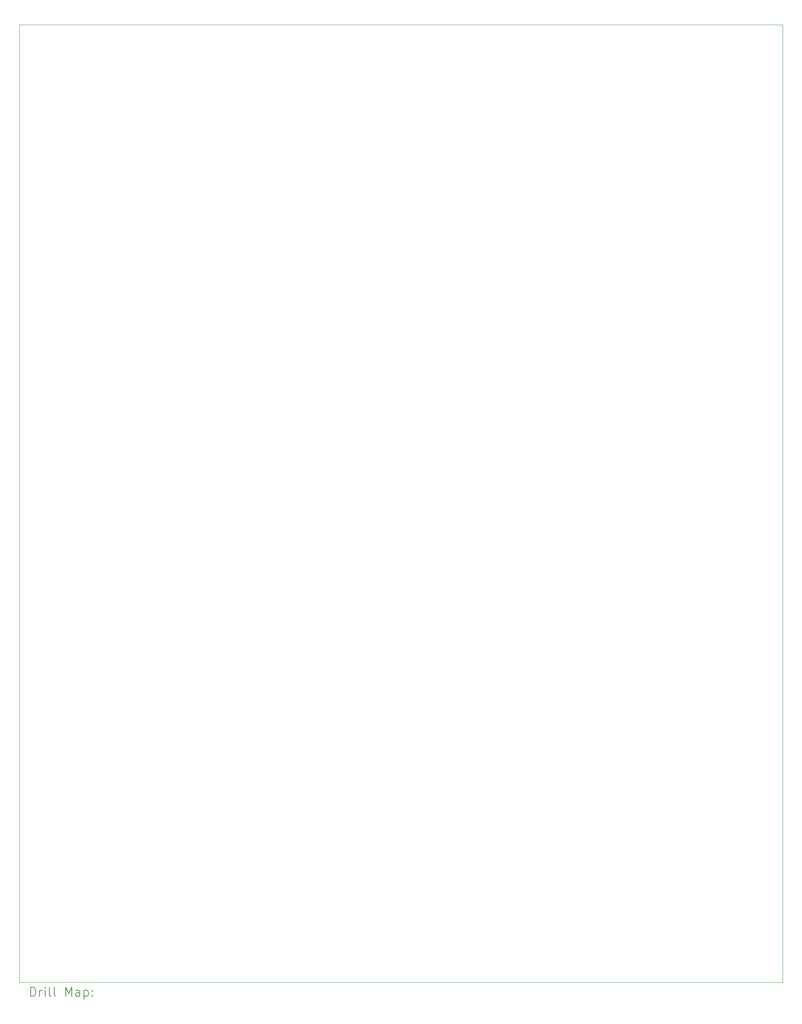
<source format=gbr>
%FSLAX45Y45*%
G04 Gerber Fmt 4.5, Leading zero omitted, Abs format (unit mm)*
G04 Created by KiCad (PCBNEW 6.0.5+dfsg-1~bpo11+1) date 2022-07-23 14:57:50*
%MOMM*%
%LPD*%
G01*
G04 APERTURE LIST*
%TA.AperFunction,Profile*%
%ADD10C,0.100000*%
%TD*%
%ADD11C,0.200000*%
G04 APERTURE END LIST*
D10*
X12242800Y-24663400D02*
X12242800Y-3327400D01*
X29260800Y-3327400D02*
X29260800Y-24663400D01*
X12242800Y-3327400D02*
X29260800Y-3327400D01*
X29260800Y-24663400D02*
X12242800Y-24663400D01*
D11*
X12495419Y-24978876D02*
X12495419Y-24778876D01*
X12543038Y-24778876D01*
X12571609Y-24788400D01*
X12590657Y-24807448D01*
X12600181Y-24826495D01*
X12609705Y-24864590D01*
X12609705Y-24893162D01*
X12600181Y-24931257D01*
X12590657Y-24950305D01*
X12571609Y-24969352D01*
X12543038Y-24978876D01*
X12495419Y-24978876D01*
X12695419Y-24978876D02*
X12695419Y-24845543D01*
X12695419Y-24883638D02*
X12704943Y-24864590D01*
X12714467Y-24855067D01*
X12733514Y-24845543D01*
X12752562Y-24845543D01*
X12819228Y-24978876D02*
X12819228Y-24845543D01*
X12819228Y-24778876D02*
X12809705Y-24788400D01*
X12819228Y-24797924D01*
X12828752Y-24788400D01*
X12819228Y-24778876D01*
X12819228Y-24797924D01*
X12943038Y-24978876D02*
X12923990Y-24969352D01*
X12914467Y-24950305D01*
X12914467Y-24778876D01*
X13047800Y-24978876D02*
X13028752Y-24969352D01*
X13019228Y-24950305D01*
X13019228Y-24778876D01*
X13276371Y-24978876D02*
X13276371Y-24778876D01*
X13343038Y-24921733D01*
X13409705Y-24778876D01*
X13409705Y-24978876D01*
X13590657Y-24978876D02*
X13590657Y-24874114D01*
X13581133Y-24855067D01*
X13562086Y-24845543D01*
X13523990Y-24845543D01*
X13504943Y-24855067D01*
X13590657Y-24969352D02*
X13571609Y-24978876D01*
X13523990Y-24978876D01*
X13504943Y-24969352D01*
X13495419Y-24950305D01*
X13495419Y-24931257D01*
X13504943Y-24912209D01*
X13523990Y-24902686D01*
X13571609Y-24902686D01*
X13590657Y-24893162D01*
X13685895Y-24845543D02*
X13685895Y-25045543D01*
X13685895Y-24855067D02*
X13704943Y-24845543D01*
X13743038Y-24845543D01*
X13762086Y-24855067D01*
X13771609Y-24864590D01*
X13781133Y-24883638D01*
X13781133Y-24940781D01*
X13771609Y-24959828D01*
X13762086Y-24969352D01*
X13743038Y-24978876D01*
X13704943Y-24978876D01*
X13685895Y-24969352D01*
X13866848Y-24959828D02*
X13876371Y-24969352D01*
X13866848Y-24978876D01*
X13857324Y-24969352D01*
X13866848Y-24959828D01*
X13866848Y-24978876D01*
X13866848Y-24855067D02*
X13876371Y-24864590D01*
X13866848Y-24874114D01*
X13857324Y-24864590D01*
X13866848Y-24855067D01*
X13866848Y-24874114D01*
M02*

</source>
